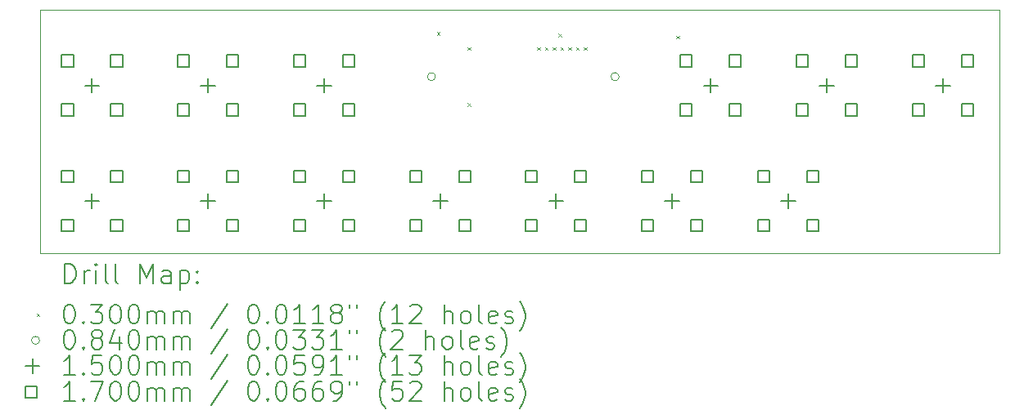
<source format=gbr>
%TF.GenerationSoftware,KiCad,Pcbnew,8.0.2-1*%
%TF.CreationDate,2024-09-17T16:57:35-04:00*%
%TF.ProjectId,Dummy Board,44756d6d-7920-4426-9f61-72642e6b6963,rev?*%
%TF.SameCoordinates,Original*%
%TF.FileFunction,Drillmap*%
%TF.FilePolarity,Positive*%
%FSLAX45Y45*%
G04 Gerber Fmt 4.5, Leading zero omitted, Abs format (unit mm)*
G04 Created by KiCad (PCBNEW 8.0.2-1) date 2024-09-17 16:57:35*
%MOMM*%
%LPD*%
G01*
G04 APERTURE LIST*
%ADD10C,0.050000*%
%ADD11C,0.200000*%
%ADD12C,0.100000*%
%ADD13C,0.150000*%
%ADD14C,0.170000*%
G04 APERTURE END LIST*
D10*
X12480000Y-8920000D02*
X22403116Y-8920000D01*
X22403116Y-11436884D01*
X12480000Y-11436884D01*
X12480000Y-8920000D01*
D11*
D12*
X16585000Y-9145000D02*
X16615000Y-9175000D01*
X16615000Y-9145000D02*
X16585000Y-9175000D01*
X16905000Y-9305000D02*
X16935000Y-9335000D01*
X16935000Y-9305000D02*
X16905000Y-9335000D01*
X16905000Y-9885000D02*
X16935000Y-9915000D01*
X16935000Y-9885000D02*
X16905000Y-9915000D01*
X17625000Y-9305000D02*
X17655000Y-9335000D01*
X17655000Y-9305000D02*
X17625000Y-9335000D01*
X17705000Y-9305000D02*
X17735000Y-9335000D01*
X17735000Y-9305000D02*
X17705000Y-9335000D01*
X17785000Y-9305000D02*
X17815000Y-9335000D01*
X17815000Y-9305000D02*
X17785000Y-9335000D01*
X17845000Y-9165000D02*
X17875000Y-9195000D01*
X17875000Y-9165000D02*
X17845000Y-9195000D01*
X17865000Y-9305000D02*
X17895000Y-9335000D01*
X17895000Y-9305000D02*
X17865000Y-9335000D01*
X17945000Y-9305000D02*
X17975000Y-9335000D01*
X17975000Y-9305000D02*
X17945000Y-9335000D01*
X18025000Y-9305000D02*
X18055000Y-9335000D01*
X18055000Y-9305000D02*
X18025000Y-9335000D01*
X18105000Y-9305000D02*
X18135000Y-9335000D01*
X18135000Y-9305000D02*
X18105000Y-9335000D01*
X19065000Y-9185000D02*
X19095000Y-9215000D01*
X19095000Y-9185000D02*
X19065000Y-9215000D01*
X16572500Y-9610000D02*
G75*
G02*
X16488500Y-9610000I-42000J0D01*
G01*
X16488500Y-9610000D02*
G75*
G02*
X16572500Y-9610000I42000J0D01*
G01*
X18471500Y-9610000D02*
G75*
G02*
X18387500Y-9610000I-42000J0D01*
G01*
X18387500Y-9610000D02*
G75*
G02*
X18471500Y-9610000I42000J0D01*
G01*
D13*
X13020000Y-9625000D02*
X13020000Y-9775000D01*
X12945000Y-9700000D02*
X13095000Y-9700000D01*
X13020000Y-10825000D02*
X13020000Y-10975000D01*
X12945000Y-10900000D02*
X13095000Y-10900000D01*
X14220000Y-9625000D02*
X14220000Y-9775000D01*
X14145000Y-9700000D02*
X14295000Y-9700000D01*
X14220000Y-10825000D02*
X14220000Y-10975000D01*
X14145000Y-10900000D02*
X14295000Y-10900000D01*
X15420000Y-9625000D02*
X15420000Y-9775000D01*
X15345000Y-9700000D02*
X15495000Y-9700000D01*
X15420000Y-10825000D02*
X15420000Y-10975000D01*
X15345000Y-10900000D02*
X15495000Y-10900000D01*
X16620000Y-10825000D02*
X16620000Y-10975000D01*
X16545000Y-10900000D02*
X16695000Y-10900000D01*
X17820000Y-10825000D02*
X17820000Y-10975000D01*
X17745000Y-10900000D02*
X17895000Y-10900000D01*
X19020000Y-10825000D02*
X19020000Y-10975000D01*
X18945000Y-10900000D02*
X19095000Y-10900000D01*
X19420000Y-9625000D02*
X19420000Y-9775000D01*
X19345000Y-9700000D02*
X19495000Y-9700000D01*
X20220000Y-10825000D02*
X20220000Y-10975000D01*
X20145000Y-10900000D02*
X20295000Y-10900000D01*
X20620000Y-9625000D02*
X20620000Y-9775000D01*
X20545000Y-9700000D02*
X20695000Y-9700000D01*
X21820000Y-9625000D02*
X21820000Y-9775000D01*
X21745000Y-9700000D02*
X21895000Y-9700000D01*
D14*
X12826105Y-9506105D02*
X12826105Y-9385895D01*
X12705895Y-9385895D01*
X12705895Y-9506105D01*
X12826105Y-9506105D01*
X12826105Y-10014105D02*
X12826105Y-9893895D01*
X12705895Y-9893895D01*
X12705895Y-10014105D01*
X12826105Y-10014105D01*
X12826105Y-10706105D02*
X12826105Y-10585895D01*
X12705895Y-10585895D01*
X12705895Y-10706105D01*
X12826105Y-10706105D01*
X12826105Y-11214105D02*
X12826105Y-11093895D01*
X12705895Y-11093895D01*
X12705895Y-11214105D01*
X12826105Y-11214105D01*
X13334105Y-9506105D02*
X13334105Y-9385895D01*
X13213895Y-9385895D01*
X13213895Y-9506105D01*
X13334105Y-9506105D01*
X13334105Y-10014105D02*
X13334105Y-9893895D01*
X13213895Y-9893895D01*
X13213895Y-10014105D01*
X13334105Y-10014105D01*
X13334105Y-10706105D02*
X13334105Y-10585895D01*
X13213895Y-10585895D01*
X13213895Y-10706105D01*
X13334105Y-10706105D01*
X13334105Y-11214105D02*
X13334105Y-11093895D01*
X13213895Y-11093895D01*
X13213895Y-11214105D01*
X13334105Y-11214105D01*
X14026105Y-9506105D02*
X14026105Y-9385895D01*
X13905895Y-9385895D01*
X13905895Y-9506105D01*
X14026105Y-9506105D01*
X14026105Y-10014105D02*
X14026105Y-9893895D01*
X13905895Y-9893895D01*
X13905895Y-10014105D01*
X14026105Y-10014105D01*
X14026105Y-10706105D02*
X14026105Y-10585895D01*
X13905895Y-10585895D01*
X13905895Y-10706105D01*
X14026105Y-10706105D01*
X14026105Y-11214105D02*
X14026105Y-11093895D01*
X13905895Y-11093895D01*
X13905895Y-11214105D01*
X14026105Y-11214105D01*
X14534105Y-9506105D02*
X14534105Y-9385895D01*
X14413895Y-9385895D01*
X14413895Y-9506105D01*
X14534105Y-9506105D01*
X14534105Y-10014105D02*
X14534105Y-9893895D01*
X14413895Y-9893895D01*
X14413895Y-10014105D01*
X14534105Y-10014105D01*
X14534105Y-10706105D02*
X14534105Y-10585895D01*
X14413895Y-10585895D01*
X14413895Y-10706105D01*
X14534105Y-10706105D01*
X14534105Y-11214105D02*
X14534105Y-11093895D01*
X14413895Y-11093895D01*
X14413895Y-11214105D01*
X14534105Y-11214105D01*
X15226105Y-9506105D02*
X15226105Y-9385895D01*
X15105895Y-9385895D01*
X15105895Y-9506105D01*
X15226105Y-9506105D01*
X15226105Y-10014105D02*
X15226105Y-9893895D01*
X15105895Y-9893895D01*
X15105895Y-10014105D01*
X15226105Y-10014105D01*
X15226105Y-10706105D02*
X15226105Y-10585895D01*
X15105895Y-10585895D01*
X15105895Y-10706105D01*
X15226105Y-10706105D01*
X15226105Y-11214105D02*
X15226105Y-11093895D01*
X15105895Y-11093895D01*
X15105895Y-11214105D01*
X15226105Y-11214105D01*
X15734105Y-9506105D02*
X15734105Y-9385895D01*
X15613895Y-9385895D01*
X15613895Y-9506105D01*
X15734105Y-9506105D01*
X15734105Y-10014105D02*
X15734105Y-9893895D01*
X15613895Y-9893895D01*
X15613895Y-10014105D01*
X15734105Y-10014105D01*
X15734105Y-10706105D02*
X15734105Y-10585895D01*
X15613895Y-10585895D01*
X15613895Y-10706105D01*
X15734105Y-10706105D01*
X15734105Y-11214105D02*
X15734105Y-11093895D01*
X15613895Y-11093895D01*
X15613895Y-11214105D01*
X15734105Y-11214105D01*
X16426105Y-10706105D02*
X16426105Y-10585895D01*
X16305895Y-10585895D01*
X16305895Y-10706105D01*
X16426105Y-10706105D01*
X16426105Y-11214105D02*
X16426105Y-11093895D01*
X16305895Y-11093895D01*
X16305895Y-11214105D01*
X16426105Y-11214105D01*
X16934105Y-10706105D02*
X16934105Y-10585895D01*
X16813895Y-10585895D01*
X16813895Y-10706105D01*
X16934105Y-10706105D01*
X16934105Y-11214105D02*
X16934105Y-11093895D01*
X16813895Y-11093895D01*
X16813895Y-11214105D01*
X16934105Y-11214105D01*
X17626105Y-10706105D02*
X17626105Y-10585895D01*
X17505895Y-10585895D01*
X17505895Y-10706105D01*
X17626105Y-10706105D01*
X17626105Y-11214105D02*
X17626105Y-11093895D01*
X17505895Y-11093895D01*
X17505895Y-11214105D01*
X17626105Y-11214105D01*
X18134105Y-10706105D02*
X18134105Y-10585895D01*
X18013895Y-10585895D01*
X18013895Y-10706105D01*
X18134105Y-10706105D01*
X18134105Y-11214105D02*
X18134105Y-11093895D01*
X18013895Y-11093895D01*
X18013895Y-11214105D01*
X18134105Y-11214105D01*
X18826105Y-10706105D02*
X18826105Y-10585895D01*
X18705895Y-10585895D01*
X18705895Y-10706105D01*
X18826105Y-10706105D01*
X18826105Y-11214105D02*
X18826105Y-11093895D01*
X18705895Y-11093895D01*
X18705895Y-11214105D01*
X18826105Y-11214105D01*
X19226105Y-9506105D02*
X19226105Y-9385895D01*
X19105895Y-9385895D01*
X19105895Y-9506105D01*
X19226105Y-9506105D01*
X19226105Y-10014105D02*
X19226105Y-9893895D01*
X19105895Y-9893895D01*
X19105895Y-10014105D01*
X19226105Y-10014105D01*
X19334105Y-10706105D02*
X19334105Y-10585895D01*
X19213895Y-10585895D01*
X19213895Y-10706105D01*
X19334105Y-10706105D01*
X19334105Y-11214105D02*
X19334105Y-11093895D01*
X19213895Y-11093895D01*
X19213895Y-11214105D01*
X19334105Y-11214105D01*
X19734105Y-9506105D02*
X19734105Y-9385895D01*
X19613895Y-9385895D01*
X19613895Y-9506105D01*
X19734105Y-9506105D01*
X19734105Y-10014105D02*
X19734105Y-9893895D01*
X19613895Y-9893895D01*
X19613895Y-10014105D01*
X19734105Y-10014105D01*
X20026105Y-10706105D02*
X20026105Y-10585895D01*
X19905895Y-10585895D01*
X19905895Y-10706105D01*
X20026105Y-10706105D01*
X20026105Y-11214105D02*
X20026105Y-11093895D01*
X19905895Y-11093895D01*
X19905895Y-11214105D01*
X20026105Y-11214105D01*
X20426105Y-9506105D02*
X20426105Y-9385895D01*
X20305895Y-9385895D01*
X20305895Y-9506105D01*
X20426105Y-9506105D01*
X20426105Y-10014105D02*
X20426105Y-9893895D01*
X20305895Y-9893895D01*
X20305895Y-10014105D01*
X20426105Y-10014105D01*
X20534105Y-10706105D02*
X20534105Y-10585895D01*
X20413895Y-10585895D01*
X20413895Y-10706105D01*
X20534105Y-10706105D01*
X20534105Y-11214105D02*
X20534105Y-11093895D01*
X20413895Y-11093895D01*
X20413895Y-11214105D01*
X20534105Y-11214105D01*
X20934105Y-9506105D02*
X20934105Y-9385895D01*
X20813895Y-9385895D01*
X20813895Y-9506105D01*
X20934105Y-9506105D01*
X20934105Y-10014105D02*
X20934105Y-9893895D01*
X20813895Y-9893895D01*
X20813895Y-10014105D01*
X20934105Y-10014105D01*
X21626105Y-9506105D02*
X21626105Y-9385895D01*
X21505895Y-9385895D01*
X21505895Y-9506105D01*
X21626105Y-9506105D01*
X21626105Y-10014105D02*
X21626105Y-9893895D01*
X21505895Y-9893895D01*
X21505895Y-10014105D01*
X21626105Y-10014105D01*
X22134105Y-9506105D02*
X22134105Y-9385895D01*
X22013895Y-9385895D01*
X22013895Y-9506105D01*
X22134105Y-9506105D01*
X22134105Y-10014105D02*
X22134105Y-9893895D01*
X22013895Y-9893895D01*
X22013895Y-10014105D01*
X22134105Y-10014105D01*
D11*
X12738277Y-11750868D02*
X12738277Y-11550868D01*
X12738277Y-11550868D02*
X12785896Y-11550868D01*
X12785896Y-11550868D02*
X12814467Y-11560392D01*
X12814467Y-11560392D02*
X12833515Y-11579440D01*
X12833515Y-11579440D02*
X12843039Y-11598487D01*
X12843039Y-11598487D02*
X12852562Y-11636582D01*
X12852562Y-11636582D02*
X12852562Y-11665154D01*
X12852562Y-11665154D02*
X12843039Y-11703249D01*
X12843039Y-11703249D02*
X12833515Y-11722297D01*
X12833515Y-11722297D02*
X12814467Y-11741344D01*
X12814467Y-11741344D02*
X12785896Y-11750868D01*
X12785896Y-11750868D02*
X12738277Y-11750868D01*
X12938277Y-11750868D02*
X12938277Y-11617535D01*
X12938277Y-11655630D02*
X12947801Y-11636582D01*
X12947801Y-11636582D02*
X12957324Y-11627059D01*
X12957324Y-11627059D02*
X12976372Y-11617535D01*
X12976372Y-11617535D02*
X12995420Y-11617535D01*
X13062086Y-11750868D02*
X13062086Y-11617535D01*
X13062086Y-11550868D02*
X13052562Y-11560392D01*
X13052562Y-11560392D02*
X13062086Y-11569916D01*
X13062086Y-11569916D02*
X13071610Y-11560392D01*
X13071610Y-11560392D02*
X13062086Y-11550868D01*
X13062086Y-11550868D02*
X13062086Y-11569916D01*
X13185896Y-11750868D02*
X13166848Y-11741344D01*
X13166848Y-11741344D02*
X13157324Y-11722297D01*
X13157324Y-11722297D02*
X13157324Y-11550868D01*
X13290658Y-11750868D02*
X13271610Y-11741344D01*
X13271610Y-11741344D02*
X13262086Y-11722297D01*
X13262086Y-11722297D02*
X13262086Y-11550868D01*
X13519229Y-11750868D02*
X13519229Y-11550868D01*
X13519229Y-11550868D02*
X13585896Y-11693725D01*
X13585896Y-11693725D02*
X13652562Y-11550868D01*
X13652562Y-11550868D02*
X13652562Y-11750868D01*
X13833515Y-11750868D02*
X13833515Y-11646106D01*
X13833515Y-11646106D02*
X13823991Y-11627059D01*
X13823991Y-11627059D02*
X13804943Y-11617535D01*
X13804943Y-11617535D02*
X13766848Y-11617535D01*
X13766848Y-11617535D02*
X13747801Y-11627059D01*
X13833515Y-11741344D02*
X13814467Y-11750868D01*
X13814467Y-11750868D02*
X13766848Y-11750868D01*
X13766848Y-11750868D02*
X13747801Y-11741344D01*
X13747801Y-11741344D02*
X13738277Y-11722297D01*
X13738277Y-11722297D02*
X13738277Y-11703249D01*
X13738277Y-11703249D02*
X13747801Y-11684201D01*
X13747801Y-11684201D02*
X13766848Y-11674678D01*
X13766848Y-11674678D02*
X13814467Y-11674678D01*
X13814467Y-11674678D02*
X13833515Y-11665154D01*
X13928753Y-11617535D02*
X13928753Y-11817535D01*
X13928753Y-11627059D02*
X13947801Y-11617535D01*
X13947801Y-11617535D02*
X13985896Y-11617535D01*
X13985896Y-11617535D02*
X14004943Y-11627059D01*
X14004943Y-11627059D02*
X14014467Y-11636582D01*
X14014467Y-11636582D02*
X14023991Y-11655630D01*
X14023991Y-11655630D02*
X14023991Y-11712773D01*
X14023991Y-11712773D02*
X14014467Y-11731820D01*
X14014467Y-11731820D02*
X14004943Y-11741344D01*
X14004943Y-11741344D02*
X13985896Y-11750868D01*
X13985896Y-11750868D02*
X13947801Y-11750868D01*
X13947801Y-11750868D02*
X13928753Y-11741344D01*
X14109705Y-11731820D02*
X14119229Y-11741344D01*
X14119229Y-11741344D02*
X14109705Y-11750868D01*
X14109705Y-11750868D02*
X14100182Y-11741344D01*
X14100182Y-11741344D02*
X14109705Y-11731820D01*
X14109705Y-11731820D02*
X14109705Y-11750868D01*
X14109705Y-11627059D02*
X14119229Y-11636582D01*
X14119229Y-11636582D02*
X14109705Y-11646106D01*
X14109705Y-11646106D02*
X14100182Y-11636582D01*
X14100182Y-11636582D02*
X14109705Y-11627059D01*
X14109705Y-11627059D02*
X14109705Y-11646106D01*
D12*
X12447500Y-12064384D02*
X12477500Y-12094384D01*
X12477500Y-12064384D02*
X12447500Y-12094384D01*
D11*
X12776372Y-11970868D02*
X12795420Y-11970868D01*
X12795420Y-11970868D02*
X12814467Y-11980392D01*
X12814467Y-11980392D02*
X12823991Y-11989916D01*
X12823991Y-11989916D02*
X12833515Y-12008963D01*
X12833515Y-12008963D02*
X12843039Y-12047059D01*
X12843039Y-12047059D02*
X12843039Y-12094678D01*
X12843039Y-12094678D02*
X12833515Y-12132773D01*
X12833515Y-12132773D02*
X12823991Y-12151820D01*
X12823991Y-12151820D02*
X12814467Y-12161344D01*
X12814467Y-12161344D02*
X12795420Y-12170868D01*
X12795420Y-12170868D02*
X12776372Y-12170868D01*
X12776372Y-12170868D02*
X12757324Y-12161344D01*
X12757324Y-12161344D02*
X12747801Y-12151820D01*
X12747801Y-12151820D02*
X12738277Y-12132773D01*
X12738277Y-12132773D02*
X12728753Y-12094678D01*
X12728753Y-12094678D02*
X12728753Y-12047059D01*
X12728753Y-12047059D02*
X12738277Y-12008963D01*
X12738277Y-12008963D02*
X12747801Y-11989916D01*
X12747801Y-11989916D02*
X12757324Y-11980392D01*
X12757324Y-11980392D02*
X12776372Y-11970868D01*
X12928753Y-12151820D02*
X12938277Y-12161344D01*
X12938277Y-12161344D02*
X12928753Y-12170868D01*
X12928753Y-12170868D02*
X12919229Y-12161344D01*
X12919229Y-12161344D02*
X12928753Y-12151820D01*
X12928753Y-12151820D02*
X12928753Y-12170868D01*
X13004943Y-11970868D02*
X13128753Y-11970868D01*
X13128753Y-11970868D02*
X13062086Y-12047059D01*
X13062086Y-12047059D02*
X13090658Y-12047059D01*
X13090658Y-12047059D02*
X13109705Y-12056582D01*
X13109705Y-12056582D02*
X13119229Y-12066106D01*
X13119229Y-12066106D02*
X13128753Y-12085154D01*
X13128753Y-12085154D02*
X13128753Y-12132773D01*
X13128753Y-12132773D02*
X13119229Y-12151820D01*
X13119229Y-12151820D02*
X13109705Y-12161344D01*
X13109705Y-12161344D02*
X13090658Y-12170868D01*
X13090658Y-12170868D02*
X13033515Y-12170868D01*
X13033515Y-12170868D02*
X13014467Y-12161344D01*
X13014467Y-12161344D02*
X13004943Y-12151820D01*
X13252562Y-11970868D02*
X13271610Y-11970868D01*
X13271610Y-11970868D02*
X13290658Y-11980392D01*
X13290658Y-11980392D02*
X13300182Y-11989916D01*
X13300182Y-11989916D02*
X13309705Y-12008963D01*
X13309705Y-12008963D02*
X13319229Y-12047059D01*
X13319229Y-12047059D02*
X13319229Y-12094678D01*
X13319229Y-12094678D02*
X13309705Y-12132773D01*
X13309705Y-12132773D02*
X13300182Y-12151820D01*
X13300182Y-12151820D02*
X13290658Y-12161344D01*
X13290658Y-12161344D02*
X13271610Y-12170868D01*
X13271610Y-12170868D02*
X13252562Y-12170868D01*
X13252562Y-12170868D02*
X13233515Y-12161344D01*
X13233515Y-12161344D02*
X13223991Y-12151820D01*
X13223991Y-12151820D02*
X13214467Y-12132773D01*
X13214467Y-12132773D02*
X13204943Y-12094678D01*
X13204943Y-12094678D02*
X13204943Y-12047059D01*
X13204943Y-12047059D02*
X13214467Y-12008963D01*
X13214467Y-12008963D02*
X13223991Y-11989916D01*
X13223991Y-11989916D02*
X13233515Y-11980392D01*
X13233515Y-11980392D02*
X13252562Y-11970868D01*
X13443039Y-11970868D02*
X13462086Y-11970868D01*
X13462086Y-11970868D02*
X13481134Y-11980392D01*
X13481134Y-11980392D02*
X13490658Y-11989916D01*
X13490658Y-11989916D02*
X13500182Y-12008963D01*
X13500182Y-12008963D02*
X13509705Y-12047059D01*
X13509705Y-12047059D02*
X13509705Y-12094678D01*
X13509705Y-12094678D02*
X13500182Y-12132773D01*
X13500182Y-12132773D02*
X13490658Y-12151820D01*
X13490658Y-12151820D02*
X13481134Y-12161344D01*
X13481134Y-12161344D02*
X13462086Y-12170868D01*
X13462086Y-12170868D02*
X13443039Y-12170868D01*
X13443039Y-12170868D02*
X13423991Y-12161344D01*
X13423991Y-12161344D02*
X13414467Y-12151820D01*
X13414467Y-12151820D02*
X13404943Y-12132773D01*
X13404943Y-12132773D02*
X13395420Y-12094678D01*
X13395420Y-12094678D02*
X13395420Y-12047059D01*
X13395420Y-12047059D02*
X13404943Y-12008963D01*
X13404943Y-12008963D02*
X13414467Y-11989916D01*
X13414467Y-11989916D02*
X13423991Y-11980392D01*
X13423991Y-11980392D02*
X13443039Y-11970868D01*
X13595420Y-12170868D02*
X13595420Y-12037535D01*
X13595420Y-12056582D02*
X13604943Y-12047059D01*
X13604943Y-12047059D02*
X13623991Y-12037535D01*
X13623991Y-12037535D02*
X13652563Y-12037535D01*
X13652563Y-12037535D02*
X13671610Y-12047059D01*
X13671610Y-12047059D02*
X13681134Y-12066106D01*
X13681134Y-12066106D02*
X13681134Y-12170868D01*
X13681134Y-12066106D02*
X13690658Y-12047059D01*
X13690658Y-12047059D02*
X13709705Y-12037535D01*
X13709705Y-12037535D02*
X13738277Y-12037535D01*
X13738277Y-12037535D02*
X13757324Y-12047059D01*
X13757324Y-12047059D02*
X13766848Y-12066106D01*
X13766848Y-12066106D02*
X13766848Y-12170868D01*
X13862086Y-12170868D02*
X13862086Y-12037535D01*
X13862086Y-12056582D02*
X13871610Y-12047059D01*
X13871610Y-12047059D02*
X13890658Y-12037535D01*
X13890658Y-12037535D02*
X13919229Y-12037535D01*
X13919229Y-12037535D02*
X13938277Y-12047059D01*
X13938277Y-12047059D02*
X13947801Y-12066106D01*
X13947801Y-12066106D02*
X13947801Y-12170868D01*
X13947801Y-12066106D02*
X13957324Y-12047059D01*
X13957324Y-12047059D02*
X13976372Y-12037535D01*
X13976372Y-12037535D02*
X14004943Y-12037535D01*
X14004943Y-12037535D02*
X14023991Y-12047059D01*
X14023991Y-12047059D02*
X14033515Y-12066106D01*
X14033515Y-12066106D02*
X14033515Y-12170868D01*
X14423991Y-11961344D02*
X14252563Y-12218487D01*
X14681134Y-11970868D02*
X14700182Y-11970868D01*
X14700182Y-11970868D02*
X14719229Y-11980392D01*
X14719229Y-11980392D02*
X14728753Y-11989916D01*
X14728753Y-11989916D02*
X14738277Y-12008963D01*
X14738277Y-12008963D02*
X14747801Y-12047059D01*
X14747801Y-12047059D02*
X14747801Y-12094678D01*
X14747801Y-12094678D02*
X14738277Y-12132773D01*
X14738277Y-12132773D02*
X14728753Y-12151820D01*
X14728753Y-12151820D02*
X14719229Y-12161344D01*
X14719229Y-12161344D02*
X14700182Y-12170868D01*
X14700182Y-12170868D02*
X14681134Y-12170868D01*
X14681134Y-12170868D02*
X14662086Y-12161344D01*
X14662086Y-12161344D02*
X14652563Y-12151820D01*
X14652563Y-12151820D02*
X14643039Y-12132773D01*
X14643039Y-12132773D02*
X14633515Y-12094678D01*
X14633515Y-12094678D02*
X14633515Y-12047059D01*
X14633515Y-12047059D02*
X14643039Y-12008963D01*
X14643039Y-12008963D02*
X14652563Y-11989916D01*
X14652563Y-11989916D02*
X14662086Y-11980392D01*
X14662086Y-11980392D02*
X14681134Y-11970868D01*
X14833515Y-12151820D02*
X14843039Y-12161344D01*
X14843039Y-12161344D02*
X14833515Y-12170868D01*
X14833515Y-12170868D02*
X14823991Y-12161344D01*
X14823991Y-12161344D02*
X14833515Y-12151820D01*
X14833515Y-12151820D02*
X14833515Y-12170868D01*
X14966848Y-11970868D02*
X14985896Y-11970868D01*
X14985896Y-11970868D02*
X15004944Y-11980392D01*
X15004944Y-11980392D02*
X15014467Y-11989916D01*
X15014467Y-11989916D02*
X15023991Y-12008963D01*
X15023991Y-12008963D02*
X15033515Y-12047059D01*
X15033515Y-12047059D02*
X15033515Y-12094678D01*
X15033515Y-12094678D02*
X15023991Y-12132773D01*
X15023991Y-12132773D02*
X15014467Y-12151820D01*
X15014467Y-12151820D02*
X15004944Y-12161344D01*
X15004944Y-12161344D02*
X14985896Y-12170868D01*
X14985896Y-12170868D02*
X14966848Y-12170868D01*
X14966848Y-12170868D02*
X14947801Y-12161344D01*
X14947801Y-12161344D02*
X14938277Y-12151820D01*
X14938277Y-12151820D02*
X14928753Y-12132773D01*
X14928753Y-12132773D02*
X14919229Y-12094678D01*
X14919229Y-12094678D02*
X14919229Y-12047059D01*
X14919229Y-12047059D02*
X14928753Y-12008963D01*
X14928753Y-12008963D02*
X14938277Y-11989916D01*
X14938277Y-11989916D02*
X14947801Y-11980392D01*
X14947801Y-11980392D02*
X14966848Y-11970868D01*
X15223991Y-12170868D02*
X15109706Y-12170868D01*
X15166848Y-12170868D02*
X15166848Y-11970868D01*
X15166848Y-11970868D02*
X15147801Y-11999440D01*
X15147801Y-11999440D02*
X15128753Y-12018487D01*
X15128753Y-12018487D02*
X15109706Y-12028011D01*
X15414467Y-12170868D02*
X15300182Y-12170868D01*
X15357325Y-12170868D02*
X15357325Y-11970868D01*
X15357325Y-11970868D02*
X15338277Y-11999440D01*
X15338277Y-11999440D02*
X15319229Y-12018487D01*
X15319229Y-12018487D02*
X15300182Y-12028011D01*
X15528753Y-12056582D02*
X15509706Y-12047059D01*
X15509706Y-12047059D02*
X15500182Y-12037535D01*
X15500182Y-12037535D02*
X15490658Y-12018487D01*
X15490658Y-12018487D02*
X15490658Y-12008963D01*
X15490658Y-12008963D02*
X15500182Y-11989916D01*
X15500182Y-11989916D02*
X15509706Y-11980392D01*
X15509706Y-11980392D02*
X15528753Y-11970868D01*
X15528753Y-11970868D02*
X15566848Y-11970868D01*
X15566848Y-11970868D02*
X15585896Y-11980392D01*
X15585896Y-11980392D02*
X15595420Y-11989916D01*
X15595420Y-11989916D02*
X15604944Y-12008963D01*
X15604944Y-12008963D02*
X15604944Y-12018487D01*
X15604944Y-12018487D02*
X15595420Y-12037535D01*
X15595420Y-12037535D02*
X15585896Y-12047059D01*
X15585896Y-12047059D02*
X15566848Y-12056582D01*
X15566848Y-12056582D02*
X15528753Y-12056582D01*
X15528753Y-12056582D02*
X15509706Y-12066106D01*
X15509706Y-12066106D02*
X15500182Y-12075630D01*
X15500182Y-12075630D02*
X15490658Y-12094678D01*
X15490658Y-12094678D02*
X15490658Y-12132773D01*
X15490658Y-12132773D02*
X15500182Y-12151820D01*
X15500182Y-12151820D02*
X15509706Y-12161344D01*
X15509706Y-12161344D02*
X15528753Y-12170868D01*
X15528753Y-12170868D02*
X15566848Y-12170868D01*
X15566848Y-12170868D02*
X15585896Y-12161344D01*
X15585896Y-12161344D02*
X15595420Y-12151820D01*
X15595420Y-12151820D02*
X15604944Y-12132773D01*
X15604944Y-12132773D02*
X15604944Y-12094678D01*
X15604944Y-12094678D02*
X15595420Y-12075630D01*
X15595420Y-12075630D02*
X15585896Y-12066106D01*
X15585896Y-12066106D02*
X15566848Y-12056582D01*
X15681134Y-11970868D02*
X15681134Y-12008963D01*
X15757325Y-11970868D02*
X15757325Y-12008963D01*
X16052563Y-12247059D02*
X16043039Y-12237535D01*
X16043039Y-12237535D02*
X16023991Y-12208963D01*
X16023991Y-12208963D02*
X16014468Y-12189916D01*
X16014468Y-12189916D02*
X16004944Y-12161344D01*
X16004944Y-12161344D02*
X15995420Y-12113725D01*
X15995420Y-12113725D02*
X15995420Y-12075630D01*
X15995420Y-12075630D02*
X16004944Y-12028011D01*
X16004944Y-12028011D02*
X16014468Y-11999440D01*
X16014468Y-11999440D02*
X16023991Y-11980392D01*
X16023991Y-11980392D02*
X16043039Y-11951820D01*
X16043039Y-11951820D02*
X16052563Y-11942297D01*
X16233515Y-12170868D02*
X16119229Y-12170868D01*
X16176372Y-12170868D02*
X16176372Y-11970868D01*
X16176372Y-11970868D02*
X16157325Y-11999440D01*
X16157325Y-11999440D02*
X16138277Y-12018487D01*
X16138277Y-12018487D02*
X16119229Y-12028011D01*
X16309706Y-11989916D02*
X16319229Y-11980392D01*
X16319229Y-11980392D02*
X16338277Y-11970868D01*
X16338277Y-11970868D02*
X16385896Y-11970868D01*
X16385896Y-11970868D02*
X16404944Y-11980392D01*
X16404944Y-11980392D02*
X16414468Y-11989916D01*
X16414468Y-11989916D02*
X16423991Y-12008963D01*
X16423991Y-12008963D02*
X16423991Y-12028011D01*
X16423991Y-12028011D02*
X16414468Y-12056582D01*
X16414468Y-12056582D02*
X16300182Y-12170868D01*
X16300182Y-12170868D02*
X16423991Y-12170868D01*
X16662087Y-12170868D02*
X16662087Y-11970868D01*
X16747801Y-12170868D02*
X16747801Y-12066106D01*
X16747801Y-12066106D02*
X16738277Y-12047059D01*
X16738277Y-12047059D02*
X16719230Y-12037535D01*
X16719230Y-12037535D02*
X16690658Y-12037535D01*
X16690658Y-12037535D02*
X16671610Y-12047059D01*
X16671610Y-12047059D02*
X16662087Y-12056582D01*
X16871611Y-12170868D02*
X16852563Y-12161344D01*
X16852563Y-12161344D02*
X16843039Y-12151820D01*
X16843039Y-12151820D02*
X16833515Y-12132773D01*
X16833515Y-12132773D02*
X16833515Y-12075630D01*
X16833515Y-12075630D02*
X16843039Y-12056582D01*
X16843039Y-12056582D02*
X16852563Y-12047059D01*
X16852563Y-12047059D02*
X16871611Y-12037535D01*
X16871611Y-12037535D02*
X16900182Y-12037535D01*
X16900182Y-12037535D02*
X16919230Y-12047059D01*
X16919230Y-12047059D02*
X16928753Y-12056582D01*
X16928753Y-12056582D02*
X16938277Y-12075630D01*
X16938277Y-12075630D02*
X16938277Y-12132773D01*
X16938277Y-12132773D02*
X16928753Y-12151820D01*
X16928753Y-12151820D02*
X16919230Y-12161344D01*
X16919230Y-12161344D02*
X16900182Y-12170868D01*
X16900182Y-12170868D02*
X16871611Y-12170868D01*
X17052563Y-12170868D02*
X17033515Y-12161344D01*
X17033515Y-12161344D02*
X17023992Y-12142297D01*
X17023992Y-12142297D02*
X17023992Y-11970868D01*
X17204944Y-12161344D02*
X17185896Y-12170868D01*
X17185896Y-12170868D02*
X17147801Y-12170868D01*
X17147801Y-12170868D02*
X17128753Y-12161344D01*
X17128753Y-12161344D02*
X17119230Y-12142297D01*
X17119230Y-12142297D02*
X17119230Y-12066106D01*
X17119230Y-12066106D02*
X17128753Y-12047059D01*
X17128753Y-12047059D02*
X17147801Y-12037535D01*
X17147801Y-12037535D02*
X17185896Y-12037535D01*
X17185896Y-12037535D02*
X17204944Y-12047059D01*
X17204944Y-12047059D02*
X17214468Y-12066106D01*
X17214468Y-12066106D02*
X17214468Y-12085154D01*
X17214468Y-12085154D02*
X17119230Y-12104201D01*
X17290658Y-12161344D02*
X17309706Y-12170868D01*
X17309706Y-12170868D02*
X17347801Y-12170868D01*
X17347801Y-12170868D02*
X17366849Y-12161344D01*
X17366849Y-12161344D02*
X17376373Y-12142297D01*
X17376373Y-12142297D02*
X17376373Y-12132773D01*
X17376373Y-12132773D02*
X17366849Y-12113725D01*
X17366849Y-12113725D02*
X17347801Y-12104201D01*
X17347801Y-12104201D02*
X17319230Y-12104201D01*
X17319230Y-12104201D02*
X17300182Y-12094678D01*
X17300182Y-12094678D02*
X17290658Y-12075630D01*
X17290658Y-12075630D02*
X17290658Y-12066106D01*
X17290658Y-12066106D02*
X17300182Y-12047059D01*
X17300182Y-12047059D02*
X17319230Y-12037535D01*
X17319230Y-12037535D02*
X17347801Y-12037535D01*
X17347801Y-12037535D02*
X17366849Y-12047059D01*
X17443039Y-12247059D02*
X17452563Y-12237535D01*
X17452563Y-12237535D02*
X17471611Y-12208963D01*
X17471611Y-12208963D02*
X17481134Y-12189916D01*
X17481134Y-12189916D02*
X17490658Y-12161344D01*
X17490658Y-12161344D02*
X17500182Y-12113725D01*
X17500182Y-12113725D02*
X17500182Y-12075630D01*
X17500182Y-12075630D02*
X17490658Y-12028011D01*
X17490658Y-12028011D02*
X17481134Y-11999440D01*
X17481134Y-11999440D02*
X17471611Y-11980392D01*
X17471611Y-11980392D02*
X17452563Y-11951820D01*
X17452563Y-11951820D02*
X17443039Y-11942297D01*
D12*
X12477500Y-12343384D02*
G75*
G02*
X12393500Y-12343384I-42000J0D01*
G01*
X12393500Y-12343384D02*
G75*
G02*
X12477500Y-12343384I42000J0D01*
G01*
D11*
X12776372Y-12234868D02*
X12795420Y-12234868D01*
X12795420Y-12234868D02*
X12814467Y-12244392D01*
X12814467Y-12244392D02*
X12823991Y-12253916D01*
X12823991Y-12253916D02*
X12833515Y-12272963D01*
X12833515Y-12272963D02*
X12843039Y-12311059D01*
X12843039Y-12311059D02*
X12843039Y-12358678D01*
X12843039Y-12358678D02*
X12833515Y-12396773D01*
X12833515Y-12396773D02*
X12823991Y-12415820D01*
X12823991Y-12415820D02*
X12814467Y-12425344D01*
X12814467Y-12425344D02*
X12795420Y-12434868D01*
X12795420Y-12434868D02*
X12776372Y-12434868D01*
X12776372Y-12434868D02*
X12757324Y-12425344D01*
X12757324Y-12425344D02*
X12747801Y-12415820D01*
X12747801Y-12415820D02*
X12738277Y-12396773D01*
X12738277Y-12396773D02*
X12728753Y-12358678D01*
X12728753Y-12358678D02*
X12728753Y-12311059D01*
X12728753Y-12311059D02*
X12738277Y-12272963D01*
X12738277Y-12272963D02*
X12747801Y-12253916D01*
X12747801Y-12253916D02*
X12757324Y-12244392D01*
X12757324Y-12244392D02*
X12776372Y-12234868D01*
X12928753Y-12415820D02*
X12938277Y-12425344D01*
X12938277Y-12425344D02*
X12928753Y-12434868D01*
X12928753Y-12434868D02*
X12919229Y-12425344D01*
X12919229Y-12425344D02*
X12928753Y-12415820D01*
X12928753Y-12415820D02*
X12928753Y-12434868D01*
X13052562Y-12320582D02*
X13033515Y-12311059D01*
X13033515Y-12311059D02*
X13023991Y-12301535D01*
X13023991Y-12301535D02*
X13014467Y-12282487D01*
X13014467Y-12282487D02*
X13014467Y-12272963D01*
X13014467Y-12272963D02*
X13023991Y-12253916D01*
X13023991Y-12253916D02*
X13033515Y-12244392D01*
X13033515Y-12244392D02*
X13052562Y-12234868D01*
X13052562Y-12234868D02*
X13090658Y-12234868D01*
X13090658Y-12234868D02*
X13109705Y-12244392D01*
X13109705Y-12244392D02*
X13119229Y-12253916D01*
X13119229Y-12253916D02*
X13128753Y-12272963D01*
X13128753Y-12272963D02*
X13128753Y-12282487D01*
X13128753Y-12282487D02*
X13119229Y-12301535D01*
X13119229Y-12301535D02*
X13109705Y-12311059D01*
X13109705Y-12311059D02*
X13090658Y-12320582D01*
X13090658Y-12320582D02*
X13052562Y-12320582D01*
X13052562Y-12320582D02*
X13033515Y-12330106D01*
X13033515Y-12330106D02*
X13023991Y-12339630D01*
X13023991Y-12339630D02*
X13014467Y-12358678D01*
X13014467Y-12358678D02*
X13014467Y-12396773D01*
X13014467Y-12396773D02*
X13023991Y-12415820D01*
X13023991Y-12415820D02*
X13033515Y-12425344D01*
X13033515Y-12425344D02*
X13052562Y-12434868D01*
X13052562Y-12434868D02*
X13090658Y-12434868D01*
X13090658Y-12434868D02*
X13109705Y-12425344D01*
X13109705Y-12425344D02*
X13119229Y-12415820D01*
X13119229Y-12415820D02*
X13128753Y-12396773D01*
X13128753Y-12396773D02*
X13128753Y-12358678D01*
X13128753Y-12358678D02*
X13119229Y-12339630D01*
X13119229Y-12339630D02*
X13109705Y-12330106D01*
X13109705Y-12330106D02*
X13090658Y-12320582D01*
X13300182Y-12301535D02*
X13300182Y-12434868D01*
X13252562Y-12225344D02*
X13204943Y-12368201D01*
X13204943Y-12368201D02*
X13328753Y-12368201D01*
X13443039Y-12234868D02*
X13462086Y-12234868D01*
X13462086Y-12234868D02*
X13481134Y-12244392D01*
X13481134Y-12244392D02*
X13490658Y-12253916D01*
X13490658Y-12253916D02*
X13500182Y-12272963D01*
X13500182Y-12272963D02*
X13509705Y-12311059D01*
X13509705Y-12311059D02*
X13509705Y-12358678D01*
X13509705Y-12358678D02*
X13500182Y-12396773D01*
X13500182Y-12396773D02*
X13490658Y-12415820D01*
X13490658Y-12415820D02*
X13481134Y-12425344D01*
X13481134Y-12425344D02*
X13462086Y-12434868D01*
X13462086Y-12434868D02*
X13443039Y-12434868D01*
X13443039Y-12434868D02*
X13423991Y-12425344D01*
X13423991Y-12425344D02*
X13414467Y-12415820D01*
X13414467Y-12415820D02*
X13404943Y-12396773D01*
X13404943Y-12396773D02*
X13395420Y-12358678D01*
X13395420Y-12358678D02*
X13395420Y-12311059D01*
X13395420Y-12311059D02*
X13404943Y-12272963D01*
X13404943Y-12272963D02*
X13414467Y-12253916D01*
X13414467Y-12253916D02*
X13423991Y-12244392D01*
X13423991Y-12244392D02*
X13443039Y-12234868D01*
X13595420Y-12434868D02*
X13595420Y-12301535D01*
X13595420Y-12320582D02*
X13604943Y-12311059D01*
X13604943Y-12311059D02*
X13623991Y-12301535D01*
X13623991Y-12301535D02*
X13652563Y-12301535D01*
X13652563Y-12301535D02*
X13671610Y-12311059D01*
X13671610Y-12311059D02*
X13681134Y-12330106D01*
X13681134Y-12330106D02*
X13681134Y-12434868D01*
X13681134Y-12330106D02*
X13690658Y-12311059D01*
X13690658Y-12311059D02*
X13709705Y-12301535D01*
X13709705Y-12301535D02*
X13738277Y-12301535D01*
X13738277Y-12301535D02*
X13757324Y-12311059D01*
X13757324Y-12311059D02*
X13766848Y-12330106D01*
X13766848Y-12330106D02*
X13766848Y-12434868D01*
X13862086Y-12434868D02*
X13862086Y-12301535D01*
X13862086Y-12320582D02*
X13871610Y-12311059D01*
X13871610Y-12311059D02*
X13890658Y-12301535D01*
X13890658Y-12301535D02*
X13919229Y-12301535D01*
X13919229Y-12301535D02*
X13938277Y-12311059D01*
X13938277Y-12311059D02*
X13947801Y-12330106D01*
X13947801Y-12330106D02*
X13947801Y-12434868D01*
X13947801Y-12330106D02*
X13957324Y-12311059D01*
X13957324Y-12311059D02*
X13976372Y-12301535D01*
X13976372Y-12301535D02*
X14004943Y-12301535D01*
X14004943Y-12301535D02*
X14023991Y-12311059D01*
X14023991Y-12311059D02*
X14033515Y-12330106D01*
X14033515Y-12330106D02*
X14033515Y-12434868D01*
X14423991Y-12225344D02*
X14252563Y-12482487D01*
X14681134Y-12234868D02*
X14700182Y-12234868D01*
X14700182Y-12234868D02*
X14719229Y-12244392D01*
X14719229Y-12244392D02*
X14728753Y-12253916D01*
X14728753Y-12253916D02*
X14738277Y-12272963D01*
X14738277Y-12272963D02*
X14747801Y-12311059D01*
X14747801Y-12311059D02*
X14747801Y-12358678D01*
X14747801Y-12358678D02*
X14738277Y-12396773D01*
X14738277Y-12396773D02*
X14728753Y-12415820D01*
X14728753Y-12415820D02*
X14719229Y-12425344D01*
X14719229Y-12425344D02*
X14700182Y-12434868D01*
X14700182Y-12434868D02*
X14681134Y-12434868D01*
X14681134Y-12434868D02*
X14662086Y-12425344D01*
X14662086Y-12425344D02*
X14652563Y-12415820D01*
X14652563Y-12415820D02*
X14643039Y-12396773D01*
X14643039Y-12396773D02*
X14633515Y-12358678D01*
X14633515Y-12358678D02*
X14633515Y-12311059D01*
X14633515Y-12311059D02*
X14643039Y-12272963D01*
X14643039Y-12272963D02*
X14652563Y-12253916D01*
X14652563Y-12253916D02*
X14662086Y-12244392D01*
X14662086Y-12244392D02*
X14681134Y-12234868D01*
X14833515Y-12415820D02*
X14843039Y-12425344D01*
X14843039Y-12425344D02*
X14833515Y-12434868D01*
X14833515Y-12434868D02*
X14823991Y-12425344D01*
X14823991Y-12425344D02*
X14833515Y-12415820D01*
X14833515Y-12415820D02*
X14833515Y-12434868D01*
X14966848Y-12234868D02*
X14985896Y-12234868D01*
X14985896Y-12234868D02*
X15004944Y-12244392D01*
X15004944Y-12244392D02*
X15014467Y-12253916D01*
X15014467Y-12253916D02*
X15023991Y-12272963D01*
X15023991Y-12272963D02*
X15033515Y-12311059D01*
X15033515Y-12311059D02*
X15033515Y-12358678D01*
X15033515Y-12358678D02*
X15023991Y-12396773D01*
X15023991Y-12396773D02*
X15014467Y-12415820D01*
X15014467Y-12415820D02*
X15004944Y-12425344D01*
X15004944Y-12425344D02*
X14985896Y-12434868D01*
X14985896Y-12434868D02*
X14966848Y-12434868D01*
X14966848Y-12434868D02*
X14947801Y-12425344D01*
X14947801Y-12425344D02*
X14938277Y-12415820D01*
X14938277Y-12415820D02*
X14928753Y-12396773D01*
X14928753Y-12396773D02*
X14919229Y-12358678D01*
X14919229Y-12358678D02*
X14919229Y-12311059D01*
X14919229Y-12311059D02*
X14928753Y-12272963D01*
X14928753Y-12272963D02*
X14938277Y-12253916D01*
X14938277Y-12253916D02*
X14947801Y-12244392D01*
X14947801Y-12244392D02*
X14966848Y-12234868D01*
X15100182Y-12234868D02*
X15223991Y-12234868D01*
X15223991Y-12234868D02*
X15157325Y-12311059D01*
X15157325Y-12311059D02*
X15185896Y-12311059D01*
X15185896Y-12311059D02*
X15204944Y-12320582D01*
X15204944Y-12320582D02*
X15214467Y-12330106D01*
X15214467Y-12330106D02*
X15223991Y-12349154D01*
X15223991Y-12349154D02*
X15223991Y-12396773D01*
X15223991Y-12396773D02*
X15214467Y-12415820D01*
X15214467Y-12415820D02*
X15204944Y-12425344D01*
X15204944Y-12425344D02*
X15185896Y-12434868D01*
X15185896Y-12434868D02*
X15128753Y-12434868D01*
X15128753Y-12434868D02*
X15109706Y-12425344D01*
X15109706Y-12425344D02*
X15100182Y-12415820D01*
X15290658Y-12234868D02*
X15414467Y-12234868D01*
X15414467Y-12234868D02*
X15347801Y-12311059D01*
X15347801Y-12311059D02*
X15376372Y-12311059D01*
X15376372Y-12311059D02*
X15395420Y-12320582D01*
X15395420Y-12320582D02*
X15404944Y-12330106D01*
X15404944Y-12330106D02*
X15414467Y-12349154D01*
X15414467Y-12349154D02*
X15414467Y-12396773D01*
X15414467Y-12396773D02*
X15404944Y-12415820D01*
X15404944Y-12415820D02*
X15395420Y-12425344D01*
X15395420Y-12425344D02*
X15376372Y-12434868D01*
X15376372Y-12434868D02*
X15319229Y-12434868D01*
X15319229Y-12434868D02*
X15300182Y-12425344D01*
X15300182Y-12425344D02*
X15290658Y-12415820D01*
X15604944Y-12434868D02*
X15490658Y-12434868D01*
X15547801Y-12434868D02*
X15547801Y-12234868D01*
X15547801Y-12234868D02*
X15528753Y-12263440D01*
X15528753Y-12263440D02*
X15509706Y-12282487D01*
X15509706Y-12282487D02*
X15490658Y-12292011D01*
X15681134Y-12234868D02*
X15681134Y-12272963D01*
X15757325Y-12234868D02*
X15757325Y-12272963D01*
X16052563Y-12511059D02*
X16043039Y-12501535D01*
X16043039Y-12501535D02*
X16023991Y-12472963D01*
X16023991Y-12472963D02*
X16014468Y-12453916D01*
X16014468Y-12453916D02*
X16004944Y-12425344D01*
X16004944Y-12425344D02*
X15995420Y-12377725D01*
X15995420Y-12377725D02*
X15995420Y-12339630D01*
X15995420Y-12339630D02*
X16004944Y-12292011D01*
X16004944Y-12292011D02*
X16014468Y-12263440D01*
X16014468Y-12263440D02*
X16023991Y-12244392D01*
X16023991Y-12244392D02*
X16043039Y-12215820D01*
X16043039Y-12215820D02*
X16052563Y-12206297D01*
X16119229Y-12253916D02*
X16128753Y-12244392D01*
X16128753Y-12244392D02*
X16147801Y-12234868D01*
X16147801Y-12234868D02*
X16195420Y-12234868D01*
X16195420Y-12234868D02*
X16214468Y-12244392D01*
X16214468Y-12244392D02*
X16223991Y-12253916D01*
X16223991Y-12253916D02*
X16233515Y-12272963D01*
X16233515Y-12272963D02*
X16233515Y-12292011D01*
X16233515Y-12292011D02*
X16223991Y-12320582D01*
X16223991Y-12320582D02*
X16109706Y-12434868D01*
X16109706Y-12434868D02*
X16233515Y-12434868D01*
X16471610Y-12434868D02*
X16471610Y-12234868D01*
X16557325Y-12434868D02*
X16557325Y-12330106D01*
X16557325Y-12330106D02*
X16547801Y-12311059D01*
X16547801Y-12311059D02*
X16528753Y-12301535D01*
X16528753Y-12301535D02*
X16500182Y-12301535D01*
X16500182Y-12301535D02*
X16481134Y-12311059D01*
X16481134Y-12311059D02*
X16471610Y-12320582D01*
X16681134Y-12434868D02*
X16662087Y-12425344D01*
X16662087Y-12425344D02*
X16652563Y-12415820D01*
X16652563Y-12415820D02*
X16643039Y-12396773D01*
X16643039Y-12396773D02*
X16643039Y-12339630D01*
X16643039Y-12339630D02*
X16652563Y-12320582D01*
X16652563Y-12320582D02*
X16662087Y-12311059D01*
X16662087Y-12311059D02*
X16681134Y-12301535D01*
X16681134Y-12301535D02*
X16709706Y-12301535D01*
X16709706Y-12301535D02*
X16728753Y-12311059D01*
X16728753Y-12311059D02*
X16738277Y-12320582D01*
X16738277Y-12320582D02*
X16747801Y-12339630D01*
X16747801Y-12339630D02*
X16747801Y-12396773D01*
X16747801Y-12396773D02*
X16738277Y-12415820D01*
X16738277Y-12415820D02*
X16728753Y-12425344D01*
X16728753Y-12425344D02*
X16709706Y-12434868D01*
X16709706Y-12434868D02*
X16681134Y-12434868D01*
X16862087Y-12434868D02*
X16843039Y-12425344D01*
X16843039Y-12425344D02*
X16833515Y-12406297D01*
X16833515Y-12406297D02*
X16833515Y-12234868D01*
X17014468Y-12425344D02*
X16995420Y-12434868D01*
X16995420Y-12434868D02*
X16957325Y-12434868D01*
X16957325Y-12434868D02*
X16938277Y-12425344D01*
X16938277Y-12425344D02*
X16928753Y-12406297D01*
X16928753Y-12406297D02*
X16928753Y-12330106D01*
X16928753Y-12330106D02*
X16938277Y-12311059D01*
X16938277Y-12311059D02*
X16957325Y-12301535D01*
X16957325Y-12301535D02*
X16995420Y-12301535D01*
X16995420Y-12301535D02*
X17014468Y-12311059D01*
X17014468Y-12311059D02*
X17023992Y-12330106D01*
X17023992Y-12330106D02*
X17023992Y-12349154D01*
X17023992Y-12349154D02*
X16928753Y-12368201D01*
X17100182Y-12425344D02*
X17119230Y-12434868D01*
X17119230Y-12434868D02*
X17157325Y-12434868D01*
X17157325Y-12434868D02*
X17176373Y-12425344D01*
X17176373Y-12425344D02*
X17185896Y-12406297D01*
X17185896Y-12406297D02*
X17185896Y-12396773D01*
X17185896Y-12396773D02*
X17176373Y-12377725D01*
X17176373Y-12377725D02*
X17157325Y-12368201D01*
X17157325Y-12368201D02*
X17128753Y-12368201D01*
X17128753Y-12368201D02*
X17109706Y-12358678D01*
X17109706Y-12358678D02*
X17100182Y-12339630D01*
X17100182Y-12339630D02*
X17100182Y-12330106D01*
X17100182Y-12330106D02*
X17109706Y-12311059D01*
X17109706Y-12311059D02*
X17128753Y-12301535D01*
X17128753Y-12301535D02*
X17157325Y-12301535D01*
X17157325Y-12301535D02*
X17176373Y-12311059D01*
X17252563Y-12511059D02*
X17262087Y-12501535D01*
X17262087Y-12501535D02*
X17281134Y-12472963D01*
X17281134Y-12472963D02*
X17290658Y-12453916D01*
X17290658Y-12453916D02*
X17300182Y-12425344D01*
X17300182Y-12425344D02*
X17309706Y-12377725D01*
X17309706Y-12377725D02*
X17309706Y-12339630D01*
X17309706Y-12339630D02*
X17300182Y-12292011D01*
X17300182Y-12292011D02*
X17290658Y-12263440D01*
X17290658Y-12263440D02*
X17281134Y-12244392D01*
X17281134Y-12244392D02*
X17262087Y-12215820D01*
X17262087Y-12215820D02*
X17252563Y-12206297D01*
D13*
X12402500Y-12532384D02*
X12402500Y-12682384D01*
X12327500Y-12607384D02*
X12477500Y-12607384D01*
D11*
X12843039Y-12698868D02*
X12728753Y-12698868D01*
X12785896Y-12698868D02*
X12785896Y-12498868D01*
X12785896Y-12498868D02*
X12766848Y-12527440D01*
X12766848Y-12527440D02*
X12747801Y-12546487D01*
X12747801Y-12546487D02*
X12728753Y-12556011D01*
X12928753Y-12679820D02*
X12938277Y-12689344D01*
X12938277Y-12689344D02*
X12928753Y-12698868D01*
X12928753Y-12698868D02*
X12919229Y-12689344D01*
X12919229Y-12689344D02*
X12928753Y-12679820D01*
X12928753Y-12679820D02*
X12928753Y-12698868D01*
X13119229Y-12498868D02*
X13023991Y-12498868D01*
X13023991Y-12498868D02*
X13014467Y-12594106D01*
X13014467Y-12594106D02*
X13023991Y-12584582D01*
X13023991Y-12584582D02*
X13043039Y-12575059D01*
X13043039Y-12575059D02*
X13090658Y-12575059D01*
X13090658Y-12575059D02*
X13109705Y-12584582D01*
X13109705Y-12584582D02*
X13119229Y-12594106D01*
X13119229Y-12594106D02*
X13128753Y-12613154D01*
X13128753Y-12613154D02*
X13128753Y-12660773D01*
X13128753Y-12660773D02*
X13119229Y-12679820D01*
X13119229Y-12679820D02*
X13109705Y-12689344D01*
X13109705Y-12689344D02*
X13090658Y-12698868D01*
X13090658Y-12698868D02*
X13043039Y-12698868D01*
X13043039Y-12698868D02*
X13023991Y-12689344D01*
X13023991Y-12689344D02*
X13014467Y-12679820D01*
X13252562Y-12498868D02*
X13271610Y-12498868D01*
X13271610Y-12498868D02*
X13290658Y-12508392D01*
X13290658Y-12508392D02*
X13300182Y-12517916D01*
X13300182Y-12517916D02*
X13309705Y-12536963D01*
X13309705Y-12536963D02*
X13319229Y-12575059D01*
X13319229Y-12575059D02*
X13319229Y-12622678D01*
X13319229Y-12622678D02*
X13309705Y-12660773D01*
X13309705Y-12660773D02*
X13300182Y-12679820D01*
X13300182Y-12679820D02*
X13290658Y-12689344D01*
X13290658Y-12689344D02*
X13271610Y-12698868D01*
X13271610Y-12698868D02*
X13252562Y-12698868D01*
X13252562Y-12698868D02*
X13233515Y-12689344D01*
X13233515Y-12689344D02*
X13223991Y-12679820D01*
X13223991Y-12679820D02*
X13214467Y-12660773D01*
X13214467Y-12660773D02*
X13204943Y-12622678D01*
X13204943Y-12622678D02*
X13204943Y-12575059D01*
X13204943Y-12575059D02*
X13214467Y-12536963D01*
X13214467Y-12536963D02*
X13223991Y-12517916D01*
X13223991Y-12517916D02*
X13233515Y-12508392D01*
X13233515Y-12508392D02*
X13252562Y-12498868D01*
X13443039Y-12498868D02*
X13462086Y-12498868D01*
X13462086Y-12498868D02*
X13481134Y-12508392D01*
X13481134Y-12508392D02*
X13490658Y-12517916D01*
X13490658Y-12517916D02*
X13500182Y-12536963D01*
X13500182Y-12536963D02*
X13509705Y-12575059D01*
X13509705Y-12575059D02*
X13509705Y-12622678D01*
X13509705Y-12622678D02*
X13500182Y-12660773D01*
X13500182Y-12660773D02*
X13490658Y-12679820D01*
X13490658Y-12679820D02*
X13481134Y-12689344D01*
X13481134Y-12689344D02*
X13462086Y-12698868D01*
X13462086Y-12698868D02*
X13443039Y-12698868D01*
X13443039Y-12698868D02*
X13423991Y-12689344D01*
X13423991Y-12689344D02*
X13414467Y-12679820D01*
X13414467Y-12679820D02*
X13404943Y-12660773D01*
X13404943Y-12660773D02*
X13395420Y-12622678D01*
X13395420Y-12622678D02*
X13395420Y-12575059D01*
X13395420Y-12575059D02*
X13404943Y-12536963D01*
X13404943Y-12536963D02*
X13414467Y-12517916D01*
X13414467Y-12517916D02*
X13423991Y-12508392D01*
X13423991Y-12508392D02*
X13443039Y-12498868D01*
X13595420Y-12698868D02*
X13595420Y-12565535D01*
X13595420Y-12584582D02*
X13604943Y-12575059D01*
X13604943Y-12575059D02*
X13623991Y-12565535D01*
X13623991Y-12565535D02*
X13652563Y-12565535D01*
X13652563Y-12565535D02*
X13671610Y-12575059D01*
X13671610Y-12575059D02*
X13681134Y-12594106D01*
X13681134Y-12594106D02*
X13681134Y-12698868D01*
X13681134Y-12594106D02*
X13690658Y-12575059D01*
X13690658Y-12575059D02*
X13709705Y-12565535D01*
X13709705Y-12565535D02*
X13738277Y-12565535D01*
X13738277Y-12565535D02*
X13757324Y-12575059D01*
X13757324Y-12575059D02*
X13766848Y-12594106D01*
X13766848Y-12594106D02*
X13766848Y-12698868D01*
X13862086Y-12698868D02*
X13862086Y-12565535D01*
X13862086Y-12584582D02*
X13871610Y-12575059D01*
X13871610Y-12575059D02*
X13890658Y-12565535D01*
X13890658Y-12565535D02*
X13919229Y-12565535D01*
X13919229Y-12565535D02*
X13938277Y-12575059D01*
X13938277Y-12575059D02*
X13947801Y-12594106D01*
X13947801Y-12594106D02*
X13947801Y-12698868D01*
X13947801Y-12594106D02*
X13957324Y-12575059D01*
X13957324Y-12575059D02*
X13976372Y-12565535D01*
X13976372Y-12565535D02*
X14004943Y-12565535D01*
X14004943Y-12565535D02*
X14023991Y-12575059D01*
X14023991Y-12575059D02*
X14033515Y-12594106D01*
X14033515Y-12594106D02*
X14033515Y-12698868D01*
X14423991Y-12489344D02*
X14252563Y-12746487D01*
X14681134Y-12498868D02*
X14700182Y-12498868D01*
X14700182Y-12498868D02*
X14719229Y-12508392D01*
X14719229Y-12508392D02*
X14728753Y-12517916D01*
X14728753Y-12517916D02*
X14738277Y-12536963D01*
X14738277Y-12536963D02*
X14747801Y-12575059D01*
X14747801Y-12575059D02*
X14747801Y-12622678D01*
X14747801Y-12622678D02*
X14738277Y-12660773D01*
X14738277Y-12660773D02*
X14728753Y-12679820D01*
X14728753Y-12679820D02*
X14719229Y-12689344D01*
X14719229Y-12689344D02*
X14700182Y-12698868D01*
X14700182Y-12698868D02*
X14681134Y-12698868D01*
X14681134Y-12698868D02*
X14662086Y-12689344D01*
X14662086Y-12689344D02*
X14652563Y-12679820D01*
X14652563Y-12679820D02*
X14643039Y-12660773D01*
X14643039Y-12660773D02*
X14633515Y-12622678D01*
X14633515Y-12622678D02*
X14633515Y-12575059D01*
X14633515Y-12575059D02*
X14643039Y-12536963D01*
X14643039Y-12536963D02*
X14652563Y-12517916D01*
X14652563Y-12517916D02*
X14662086Y-12508392D01*
X14662086Y-12508392D02*
X14681134Y-12498868D01*
X14833515Y-12679820D02*
X14843039Y-12689344D01*
X14843039Y-12689344D02*
X14833515Y-12698868D01*
X14833515Y-12698868D02*
X14823991Y-12689344D01*
X14823991Y-12689344D02*
X14833515Y-12679820D01*
X14833515Y-12679820D02*
X14833515Y-12698868D01*
X14966848Y-12498868D02*
X14985896Y-12498868D01*
X14985896Y-12498868D02*
X15004944Y-12508392D01*
X15004944Y-12508392D02*
X15014467Y-12517916D01*
X15014467Y-12517916D02*
X15023991Y-12536963D01*
X15023991Y-12536963D02*
X15033515Y-12575059D01*
X15033515Y-12575059D02*
X15033515Y-12622678D01*
X15033515Y-12622678D02*
X15023991Y-12660773D01*
X15023991Y-12660773D02*
X15014467Y-12679820D01*
X15014467Y-12679820D02*
X15004944Y-12689344D01*
X15004944Y-12689344D02*
X14985896Y-12698868D01*
X14985896Y-12698868D02*
X14966848Y-12698868D01*
X14966848Y-12698868D02*
X14947801Y-12689344D01*
X14947801Y-12689344D02*
X14938277Y-12679820D01*
X14938277Y-12679820D02*
X14928753Y-12660773D01*
X14928753Y-12660773D02*
X14919229Y-12622678D01*
X14919229Y-12622678D02*
X14919229Y-12575059D01*
X14919229Y-12575059D02*
X14928753Y-12536963D01*
X14928753Y-12536963D02*
X14938277Y-12517916D01*
X14938277Y-12517916D02*
X14947801Y-12508392D01*
X14947801Y-12508392D02*
X14966848Y-12498868D01*
X15214467Y-12498868D02*
X15119229Y-12498868D01*
X15119229Y-12498868D02*
X15109706Y-12594106D01*
X15109706Y-12594106D02*
X15119229Y-12584582D01*
X15119229Y-12584582D02*
X15138277Y-12575059D01*
X15138277Y-12575059D02*
X15185896Y-12575059D01*
X15185896Y-12575059D02*
X15204944Y-12584582D01*
X15204944Y-12584582D02*
X15214467Y-12594106D01*
X15214467Y-12594106D02*
X15223991Y-12613154D01*
X15223991Y-12613154D02*
X15223991Y-12660773D01*
X15223991Y-12660773D02*
X15214467Y-12679820D01*
X15214467Y-12679820D02*
X15204944Y-12689344D01*
X15204944Y-12689344D02*
X15185896Y-12698868D01*
X15185896Y-12698868D02*
X15138277Y-12698868D01*
X15138277Y-12698868D02*
X15119229Y-12689344D01*
X15119229Y-12689344D02*
X15109706Y-12679820D01*
X15319229Y-12698868D02*
X15357325Y-12698868D01*
X15357325Y-12698868D02*
X15376372Y-12689344D01*
X15376372Y-12689344D02*
X15385896Y-12679820D01*
X15385896Y-12679820D02*
X15404944Y-12651249D01*
X15404944Y-12651249D02*
X15414467Y-12613154D01*
X15414467Y-12613154D02*
X15414467Y-12536963D01*
X15414467Y-12536963D02*
X15404944Y-12517916D01*
X15404944Y-12517916D02*
X15395420Y-12508392D01*
X15395420Y-12508392D02*
X15376372Y-12498868D01*
X15376372Y-12498868D02*
X15338277Y-12498868D01*
X15338277Y-12498868D02*
X15319229Y-12508392D01*
X15319229Y-12508392D02*
X15309706Y-12517916D01*
X15309706Y-12517916D02*
X15300182Y-12536963D01*
X15300182Y-12536963D02*
X15300182Y-12584582D01*
X15300182Y-12584582D02*
X15309706Y-12603630D01*
X15309706Y-12603630D02*
X15319229Y-12613154D01*
X15319229Y-12613154D02*
X15338277Y-12622678D01*
X15338277Y-12622678D02*
X15376372Y-12622678D01*
X15376372Y-12622678D02*
X15395420Y-12613154D01*
X15395420Y-12613154D02*
X15404944Y-12603630D01*
X15404944Y-12603630D02*
X15414467Y-12584582D01*
X15604944Y-12698868D02*
X15490658Y-12698868D01*
X15547801Y-12698868D02*
X15547801Y-12498868D01*
X15547801Y-12498868D02*
X15528753Y-12527440D01*
X15528753Y-12527440D02*
X15509706Y-12546487D01*
X15509706Y-12546487D02*
X15490658Y-12556011D01*
X15681134Y-12498868D02*
X15681134Y-12536963D01*
X15757325Y-12498868D02*
X15757325Y-12536963D01*
X16052563Y-12775059D02*
X16043039Y-12765535D01*
X16043039Y-12765535D02*
X16023991Y-12736963D01*
X16023991Y-12736963D02*
X16014468Y-12717916D01*
X16014468Y-12717916D02*
X16004944Y-12689344D01*
X16004944Y-12689344D02*
X15995420Y-12641725D01*
X15995420Y-12641725D02*
X15995420Y-12603630D01*
X15995420Y-12603630D02*
X16004944Y-12556011D01*
X16004944Y-12556011D02*
X16014468Y-12527440D01*
X16014468Y-12527440D02*
X16023991Y-12508392D01*
X16023991Y-12508392D02*
X16043039Y-12479820D01*
X16043039Y-12479820D02*
X16052563Y-12470297D01*
X16233515Y-12698868D02*
X16119229Y-12698868D01*
X16176372Y-12698868D02*
X16176372Y-12498868D01*
X16176372Y-12498868D02*
X16157325Y-12527440D01*
X16157325Y-12527440D02*
X16138277Y-12546487D01*
X16138277Y-12546487D02*
X16119229Y-12556011D01*
X16300182Y-12498868D02*
X16423991Y-12498868D01*
X16423991Y-12498868D02*
X16357325Y-12575059D01*
X16357325Y-12575059D02*
X16385896Y-12575059D01*
X16385896Y-12575059D02*
X16404944Y-12584582D01*
X16404944Y-12584582D02*
X16414468Y-12594106D01*
X16414468Y-12594106D02*
X16423991Y-12613154D01*
X16423991Y-12613154D02*
X16423991Y-12660773D01*
X16423991Y-12660773D02*
X16414468Y-12679820D01*
X16414468Y-12679820D02*
X16404944Y-12689344D01*
X16404944Y-12689344D02*
X16385896Y-12698868D01*
X16385896Y-12698868D02*
X16328753Y-12698868D01*
X16328753Y-12698868D02*
X16309706Y-12689344D01*
X16309706Y-12689344D02*
X16300182Y-12679820D01*
X16662087Y-12698868D02*
X16662087Y-12498868D01*
X16747801Y-12698868D02*
X16747801Y-12594106D01*
X16747801Y-12594106D02*
X16738277Y-12575059D01*
X16738277Y-12575059D02*
X16719230Y-12565535D01*
X16719230Y-12565535D02*
X16690658Y-12565535D01*
X16690658Y-12565535D02*
X16671610Y-12575059D01*
X16671610Y-12575059D02*
X16662087Y-12584582D01*
X16871611Y-12698868D02*
X16852563Y-12689344D01*
X16852563Y-12689344D02*
X16843039Y-12679820D01*
X16843039Y-12679820D02*
X16833515Y-12660773D01*
X16833515Y-12660773D02*
X16833515Y-12603630D01*
X16833515Y-12603630D02*
X16843039Y-12584582D01*
X16843039Y-12584582D02*
X16852563Y-12575059D01*
X16852563Y-12575059D02*
X16871611Y-12565535D01*
X16871611Y-12565535D02*
X16900182Y-12565535D01*
X16900182Y-12565535D02*
X16919230Y-12575059D01*
X16919230Y-12575059D02*
X16928753Y-12584582D01*
X16928753Y-12584582D02*
X16938277Y-12603630D01*
X16938277Y-12603630D02*
X16938277Y-12660773D01*
X16938277Y-12660773D02*
X16928753Y-12679820D01*
X16928753Y-12679820D02*
X16919230Y-12689344D01*
X16919230Y-12689344D02*
X16900182Y-12698868D01*
X16900182Y-12698868D02*
X16871611Y-12698868D01*
X17052563Y-12698868D02*
X17033515Y-12689344D01*
X17033515Y-12689344D02*
X17023992Y-12670297D01*
X17023992Y-12670297D02*
X17023992Y-12498868D01*
X17204944Y-12689344D02*
X17185896Y-12698868D01*
X17185896Y-12698868D02*
X17147801Y-12698868D01*
X17147801Y-12698868D02*
X17128753Y-12689344D01*
X17128753Y-12689344D02*
X17119230Y-12670297D01*
X17119230Y-12670297D02*
X17119230Y-12594106D01*
X17119230Y-12594106D02*
X17128753Y-12575059D01*
X17128753Y-12575059D02*
X17147801Y-12565535D01*
X17147801Y-12565535D02*
X17185896Y-12565535D01*
X17185896Y-12565535D02*
X17204944Y-12575059D01*
X17204944Y-12575059D02*
X17214468Y-12594106D01*
X17214468Y-12594106D02*
X17214468Y-12613154D01*
X17214468Y-12613154D02*
X17119230Y-12632201D01*
X17290658Y-12689344D02*
X17309706Y-12698868D01*
X17309706Y-12698868D02*
X17347801Y-12698868D01*
X17347801Y-12698868D02*
X17366849Y-12689344D01*
X17366849Y-12689344D02*
X17376373Y-12670297D01*
X17376373Y-12670297D02*
X17376373Y-12660773D01*
X17376373Y-12660773D02*
X17366849Y-12641725D01*
X17366849Y-12641725D02*
X17347801Y-12632201D01*
X17347801Y-12632201D02*
X17319230Y-12632201D01*
X17319230Y-12632201D02*
X17300182Y-12622678D01*
X17300182Y-12622678D02*
X17290658Y-12603630D01*
X17290658Y-12603630D02*
X17290658Y-12594106D01*
X17290658Y-12594106D02*
X17300182Y-12575059D01*
X17300182Y-12575059D02*
X17319230Y-12565535D01*
X17319230Y-12565535D02*
X17347801Y-12565535D01*
X17347801Y-12565535D02*
X17366849Y-12575059D01*
X17443039Y-12775059D02*
X17452563Y-12765535D01*
X17452563Y-12765535D02*
X17471611Y-12736963D01*
X17471611Y-12736963D02*
X17481134Y-12717916D01*
X17481134Y-12717916D02*
X17490658Y-12689344D01*
X17490658Y-12689344D02*
X17500182Y-12641725D01*
X17500182Y-12641725D02*
X17500182Y-12603630D01*
X17500182Y-12603630D02*
X17490658Y-12556011D01*
X17490658Y-12556011D02*
X17481134Y-12527440D01*
X17481134Y-12527440D02*
X17471611Y-12508392D01*
X17471611Y-12508392D02*
X17452563Y-12479820D01*
X17452563Y-12479820D02*
X17443039Y-12470297D01*
D14*
X12452605Y-12937489D02*
X12452605Y-12817280D01*
X12332395Y-12817280D01*
X12332395Y-12937489D01*
X12452605Y-12937489D01*
D11*
X12843039Y-12968868D02*
X12728753Y-12968868D01*
X12785896Y-12968868D02*
X12785896Y-12768868D01*
X12785896Y-12768868D02*
X12766848Y-12797440D01*
X12766848Y-12797440D02*
X12747801Y-12816487D01*
X12747801Y-12816487D02*
X12728753Y-12826011D01*
X12928753Y-12949820D02*
X12938277Y-12959344D01*
X12938277Y-12959344D02*
X12928753Y-12968868D01*
X12928753Y-12968868D02*
X12919229Y-12959344D01*
X12919229Y-12959344D02*
X12928753Y-12949820D01*
X12928753Y-12949820D02*
X12928753Y-12968868D01*
X13004943Y-12768868D02*
X13138277Y-12768868D01*
X13138277Y-12768868D02*
X13052562Y-12968868D01*
X13252562Y-12768868D02*
X13271610Y-12768868D01*
X13271610Y-12768868D02*
X13290658Y-12778392D01*
X13290658Y-12778392D02*
X13300182Y-12787916D01*
X13300182Y-12787916D02*
X13309705Y-12806963D01*
X13309705Y-12806963D02*
X13319229Y-12845059D01*
X13319229Y-12845059D02*
X13319229Y-12892678D01*
X13319229Y-12892678D02*
X13309705Y-12930773D01*
X13309705Y-12930773D02*
X13300182Y-12949820D01*
X13300182Y-12949820D02*
X13290658Y-12959344D01*
X13290658Y-12959344D02*
X13271610Y-12968868D01*
X13271610Y-12968868D02*
X13252562Y-12968868D01*
X13252562Y-12968868D02*
X13233515Y-12959344D01*
X13233515Y-12959344D02*
X13223991Y-12949820D01*
X13223991Y-12949820D02*
X13214467Y-12930773D01*
X13214467Y-12930773D02*
X13204943Y-12892678D01*
X13204943Y-12892678D02*
X13204943Y-12845059D01*
X13204943Y-12845059D02*
X13214467Y-12806963D01*
X13214467Y-12806963D02*
X13223991Y-12787916D01*
X13223991Y-12787916D02*
X13233515Y-12778392D01*
X13233515Y-12778392D02*
X13252562Y-12768868D01*
X13443039Y-12768868D02*
X13462086Y-12768868D01*
X13462086Y-12768868D02*
X13481134Y-12778392D01*
X13481134Y-12778392D02*
X13490658Y-12787916D01*
X13490658Y-12787916D02*
X13500182Y-12806963D01*
X13500182Y-12806963D02*
X13509705Y-12845059D01*
X13509705Y-12845059D02*
X13509705Y-12892678D01*
X13509705Y-12892678D02*
X13500182Y-12930773D01*
X13500182Y-12930773D02*
X13490658Y-12949820D01*
X13490658Y-12949820D02*
X13481134Y-12959344D01*
X13481134Y-12959344D02*
X13462086Y-12968868D01*
X13462086Y-12968868D02*
X13443039Y-12968868D01*
X13443039Y-12968868D02*
X13423991Y-12959344D01*
X13423991Y-12959344D02*
X13414467Y-12949820D01*
X13414467Y-12949820D02*
X13404943Y-12930773D01*
X13404943Y-12930773D02*
X13395420Y-12892678D01*
X13395420Y-12892678D02*
X13395420Y-12845059D01*
X13395420Y-12845059D02*
X13404943Y-12806963D01*
X13404943Y-12806963D02*
X13414467Y-12787916D01*
X13414467Y-12787916D02*
X13423991Y-12778392D01*
X13423991Y-12778392D02*
X13443039Y-12768868D01*
X13595420Y-12968868D02*
X13595420Y-12835535D01*
X13595420Y-12854582D02*
X13604943Y-12845059D01*
X13604943Y-12845059D02*
X13623991Y-12835535D01*
X13623991Y-12835535D02*
X13652563Y-12835535D01*
X13652563Y-12835535D02*
X13671610Y-12845059D01*
X13671610Y-12845059D02*
X13681134Y-12864106D01*
X13681134Y-12864106D02*
X13681134Y-12968868D01*
X13681134Y-12864106D02*
X13690658Y-12845059D01*
X13690658Y-12845059D02*
X13709705Y-12835535D01*
X13709705Y-12835535D02*
X13738277Y-12835535D01*
X13738277Y-12835535D02*
X13757324Y-12845059D01*
X13757324Y-12845059D02*
X13766848Y-12864106D01*
X13766848Y-12864106D02*
X13766848Y-12968868D01*
X13862086Y-12968868D02*
X13862086Y-12835535D01*
X13862086Y-12854582D02*
X13871610Y-12845059D01*
X13871610Y-12845059D02*
X13890658Y-12835535D01*
X13890658Y-12835535D02*
X13919229Y-12835535D01*
X13919229Y-12835535D02*
X13938277Y-12845059D01*
X13938277Y-12845059D02*
X13947801Y-12864106D01*
X13947801Y-12864106D02*
X13947801Y-12968868D01*
X13947801Y-12864106D02*
X13957324Y-12845059D01*
X13957324Y-12845059D02*
X13976372Y-12835535D01*
X13976372Y-12835535D02*
X14004943Y-12835535D01*
X14004943Y-12835535D02*
X14023991Y-12845059D01*
X14023991Y-12845059D02*
X14033515Y-12864106D01*
X14033515Y-12864106D02*
X14033515Y-12968868D01*
X14423991Y-12759344D02*
X14252563Y-13016487D01*
X14681134Y-12768868D02*
X14700182Y-12768868D01*
X14700182Y-12768868D02*
X14719229Y-12778392D01*
X14719229Y-12778392D02*
X14728753Y-12787916D01*
X14728753Y-12787916D02*
X14738277Y-12806963D01*
X14738277Y-12806963D02*
X14747801Y-12845059D01*
X14747801Y-12845059D02*
X14747801Y-12892678D01*
X14747801Y-12892678D02*
X14738277Y-12930773D01*
X14738277Y-12930773D02*
X14728753Y-12949820D01*
X14728753Y-12949820D02*
X14719229Y-12959344D01*
X14719229Y-12959344D02*
X14700182Y-12968868D01*
X14700182Y-12968868D02*
X14681134Y-12968868D01*
X14681134Y-12968868D02*
X14662086Y-12959344D01*
X14662086Y-12959344D02*
X14652563Y-12949820D01*
X14652563Y-12949820D02*
X14643039Y-12930773D01*
X14643039Y-12930773D02*
X14633515Y-12892678D01*
X14633515Y-12892678D02*
X14633515Y-12845059D01*
X14633515Y-12845059D02*
X14643039Y-12806963D01*
X14643039Y-12806963D02*
X14652563Y-12787916D01*
X14652563Y-12787916D02*
X14662086Y-12778392D01*
X14662086Y-12778392D02*
X14681134Y-12768868D01*
X14833515Y-12949820D02*
X14843039Y-12959344D01*
X14843039Y-12959344D02*
X14833515Y-12968868D01*
X14833515Y-12968868D02*
X14823991Y-12959344D01*
X14823991Y-12959344D02*
X14833515Y-12949820D01*
X14833515Y-12949820D02*
X14833515Y-12968868D01*
X14966848Y-12768868D02*
X14985896Y-12768868D01*
X14985896Y-12768868D02*
X15004944Y-12778392D01*
X15004944Y-12778392D02*
X15014467Y-12787916D01*
X15014467Y-12787916D02*
X15023991Y-12806963D01*
X15023991Y-12806963D02*
X15033515Y-12845059D01*
X15033515Y-12845059D02*
X15033515Y-12892678D01*
X15033515Y-12892678D02*
X15023991Y-12930773D01*
X15023991Y-12930773D02*
X15014467Y-12949820D01*
X15014467Y-12949820D02*
X15004944Y-12959344D01*
X15004944Y-12959344D02*
X14985896Y-12968868D01*
X14985896Y-12968868D02*
X14966848Y-12968868D01*
X14966848Y-12968868D02*
X14947801Y-12959344D01*
X14947801Y-12959344D02*
X14938277Y-12949820D01*
X14938277Y-12949820D02*
X14928753Y-12930773D01*
X14928753Y-12930773D02*
X14919229Y-12892678D01*
X14919229Y-12892678D02*
X14919229Y-12845059D01*
X14919229Y-12845059D02*
X14928753Y-12806963D01*
X14928753Y-12806963D02*
X14938277Y-12787916D01*
X14938277Y-12787916D02*
X14947801Y-12778392D01*
X14947801Y-12778392D02*
X14966848Y-12768868D01*
X15204944Y-12768868D02*
X15166848Y-12768868D01*
X15166848Y-12768868D02*
X15147801Y-12778392D01*
X15147801Y-12778392D02*
X15138277Y-12787916D01*
X15138277Y-12787916D02*
X15119229Y-12816487D01*
X15119229Y-12816487D02*
X15109706Y-12854582D01*
X15109706Y-12854582D02*
X15109706Y-12930773D01*
X15109706Y-12930773D02*
X15119229Y-12949820D01*
X15119229Y-12949820D02*
X15128753Y-12959344D01*
X15128753Y-12959344D02*
X15147801Y-12968868D01*
X15147801Y-12968868D02*
X15185896Y-12968868D01*
X15185896Y-12968868D02*
X15204944Y-12959344D01*
X15204944Y-12959344D02*
X15214467Y-12949820D01*
X15214467Y-12949820D02*
X15223991Y-12930773D01*
X15223991Y-12930773D02*
X15223991Y-12883154D01*
X15223991Y-12883154D02*
X15214467Y-12864106D01*
X15214467Y-12864106D02*
X15204944Y-12854582D01*
X15204944Y-12854582D02*
X15185896Y-12845059D01*
X15185896Y-12845059D02*
X15147801Y-12845059D01*
X15147801Y-12845059D02*
X15128753Y-12854582D01*
X15128753Y-12854582D02*
X15119229Y-12864106D01*
X15119229Y-12864106D02*
X15109706Y-12883154D01*
X15395420Y-12768868D02*
X15357325Y-12768868D01*
X15357325Y-12768868D02*
X15338277Y-12778392D01*
X15338277Y-12778392D02*
X15328753Y-12787916D01*
X15328753Y-12787916D02*
X15309706Y-12816487D01*
X15309706Y-12816487D02*
X15300182Y-12854582D01*
X15300182Y-12854582D02*
X15300182Y-12930773D01*
X15300182Y-12930773D02*
X15309706Y-12949820D01*
X15309706Y-12949820D02*
X15319229Y-12959344D01*
X15319229Y-12959344D02*
X15338277Y-12968868D01*
X15338277Y-12968868D02*
X15376372Y-12968868D01*
X15376372Y-12968868D02*
X15395420Y-12959344D01*
X15395420Y-12959344D02*
X15404944Y-12949820D01*
X15404944Y-12949820D02*
X15414467Y-12930773D01*
X15414467Y-12930773D02*
X15414467Y-12883154D01*
X15414467Y-12883154D02*
X15404944Y-12864106D01*
X15404944Y-12864106D02*
X15395420Y-12854582D01*
X15395420Y-12854582D02*
X15376372Y-12845059D01*
X15376372Y-12845059D02*
X15338277Y-12845059D01*
X15338277Y-12845059D02*
X15319229Y-12854582D01*
X15319229Y-12854582D02*
X15309706Y-12864106D01*
X15309706Y-12864106D02*
X15300182Y-12883154D01*
X15509706Y-12968868D02*
X15547801Y-12968868D01*
X15547801Y-12968868D02*
X15566848Y-12959344D01*
X15566848Y-12959344D02*
X15576372Y-12949820D01*
X15576372Y-12949820D02*
X15595420Y-12921249D01*
X15595420Y-12921249D02*
X15604944Y-12883154D01*
X15604944Y-12883154D02*
X15604944Y-12806963D01*
X15604944Y-12806963D02*
X15595420Y-12787916D01*
X15595420Y-12787916D02*
X15585896Y-12778392D01*
X15585896Y-12778392D02*
X15566848Y-12768868D01*
X15566848Y-12768868D02*
X15528753Y-12768868D01*
X15528753Y-12768868D02*
X15509706Y-12778392D01*
X15509706Y-12778392D02*
X15500182Y-12787916D01*
X15500182Y-12787916D02*
X15490658Y-12806963D01*
X15490658Y-12806963D02*
X15490658Y-12854582D01*
X15490658Y-12854582D02*
X15500182Y-12873630D01*
X15500182Y-12873630D02*
X15509706Y-12883154D01*
X15509706Y-12883154D02*
X15528753Y-12892678D01*
X15528753Y-12892678D02*
X15566848Y-12892678D01*
X15566848Y-12892678D02*
X15585896Y-12883154D01*
X15585896Y-12883154D02*
X15595420Y-12873630D01*
X15595420Y-12873630D02*
X15604944Y-12854582D01*
X15681134Y-12768868D02*
X15681134Y-12806963D01*
X15757325Y-12768868D02*
X15757325Y-12806963D01*
X16052563Y-13045059D02*
X16043039Y-13035535D01*
X16043039Y-13035535D02*
X16023991Y-13006963D01*
X16023991Y-13006963D02*
X16014468Y-12987916D01*
X16014468Y-12987916D02*
X16004944Y-12959344D01*
X16004944Y-12959344D02*
X15995420Y-12911725D01*
X15995420Y-12911725D02*
X15995420Y-12873630D01*
X15995420Y-12873630D02*
X16004944Y-12826011D01*
X16004944Y-12826011D02*
X16014468Y-12797440D01*
X16014468Y-12797440D02*
X16023991Y-12778392D01*
X16023991Y-12778392D02*
X16043039Y-12749820D01*
X16043039Y-12749820D02*
X16052563Y-12740297D01*
X16223991Y-12768868D02*
X16128753Y-12768868D01*
X16128753Y-12768868D02*
X16119229Y-12864106D01*
X16119229Y-12864106D02*
X16128753Y-12854582D01*
X16128753Y-12854582D02*
X16147801Y-12845059D01*
X16147801Y-12845059D02*
X16195420Y-12845059D01*
X16195420Y-12845059D02*
X16214468Y-12854582D01*
X16214468Y-12854582D02*
X16223991Y-12864106D01*
X16223991Y-12864106D02*
X16233515Y-12883154D01*
X16233515Y-12883154D02*
X16233515Y-12930773D01*
X16233515Y-12930773D02*
X16223991Y-12949820D01*
X16223991Y-12949820D02*
X16214468Y-12959344D01*
X16214468Y-12959344D02*
X16195420Y-12968868D01*
X16195420Y-12968868D02*
X16147801Y-12968868D01*
X16147801Y-12968868D02*
X16128753Y-12959344D01*
X16128753Y-12959344D02*
X16119229Y-12949820D01*
X16309706Y-12787916D02*
X16319229Y-12778392D01*
X16319229Y-12778392D02*
X16338277Y-12768868D01*
X16338277Y-12768868D02*
X16385896Y-12768868D01*
X16385896Y-12768868D02*
X16404944Y-12778392D01*
X16404944Y-12778392D02*
X16414468Y-12787916D01*
X16414468Y-12787916D02*
X16423991Y-12806963D01*
X16423991Y-12806963D02*
X16423991Y-12826011D01*
X16423991Y-12826011D02*
X16414468Y-12854582D01*
X16414468Y-12854582D02*
X16300182Y-12968868D01*
X16300182Y-12968868D02*
X16423991Y-12968868D01*
X16662087Y-12968868D02*
X16662087Y-12768868D01*
X16747801Y-12968868D02*
X16747801Y-12864106D01*
X16747801Y-12864106D02*
X16738277Y-12845059D01*
X16738277Y-12845059D02*
X16719230Y-12835535D01*
X16719230Y-12835535D02*
X16690658Y-12835535D01*
X16690658Y-12835535D02*
X16671610Y-12845059D01*
X16671610Y-12845059D02*
X16662087Y-12854582D01*
X16871611Y-12968868D02*
X16852563Y-12959344D01*
X16852563Y-12959344D02*
X16843039Y-12949820D01*
X16843039Y-12949820D02*
X16833515Y-12930773D01*
X16833515Y-12930773D02*
X16833515Y-12873630D01*
X16833515Y-12873630D02*
X16843039Y-12854582D01*
X16843039Y-12854582D02*
X16852563Y-12845059D01*
X16852563Y-12845059D02*
X16871611Y-12835535D01*
X16871611Y-12835535D02*
X16900182Y-12835535D01*
X16900182Y-12835535D02*
X16919230Y-12845059D01*
X16919230Y-12845059D02*
X16928753Y-12854582D01*
X16928753Y-12854582D02*
X16938277Y-12873630D01*
X16938277Y-12873630D02*
X16938277Y-12930773D01*
X16938277Y-12930773D02*
X16928753Y-12949820D01*
X16928753Y-12949820D02*
X16919230Y-12959344D01*
X16919230Y-12959344D02*
X16900182Y-12968868D01*
X16900182Y-12968868D02*
X16871611Y-12968868D01*
X17052563Y-12968868D02*
X17033515Y-12959344D01*
X17033515Y-12959344D02*
X17023992Y-12940297D01*
X17023992Y-12940297D02*
X17023992Y-12768868D01*
X17204944Y-12959344D02*
X17185896Y-12968868D01*
X17185896Y-12968868D02*
X17147801Y-12968868D01*
X17147801Y-12968868D02*
X17128753Y-12959344D01*
X17128753Y-12959344D02*
X17119230Y-12940297D01*
X17119230Y-12940297D02*
X17119230Y-12864106D01*
X17119230Y-12864106D02*
X17128753Y-12845059D01*
X17128753Y-12845059D02*
X17147801Y-12835535D01*
X17147801Y-12835535D02*
X17185896Y-12835535D01*
X17185896Y-12835535D02*
X17204944Y-12845059D01*
X17204944Y-12845059D02*
X17214468Y-12864106D01*
X17214468Y-12864106D02*
X17214468Y-12883154D01*
X17214468Y-12883154D02*
X17119230Y-12902201D01*
X17290658Y-12959344D02*
X17309706Y-12968868D01*
X17309706Y-12968868D02*
X17347801Y-12968868D01*
X17347801Y-12968868D02*
X17366849Y-12959344D01*
X17366849Y-12959344D02*
X17376373Y-12940297D01*
X17376373Y-12940297D02*
X17376373Y-12930773D01*
X17376373Y-12930773D02*
X17366849Y-12911725D01*
X17366849Y-12911725D02*
X17347801Y-12902201D01*
X17347801Y-12902201D02*
X17319230Y-12902201D01*
X17319230Y-12902201D02*
X17300182Y-12892678D01*
X17300182Y-12892678D02*
X17290658Y-12873630D01*
X17290658Y-12873630D02*
X17290658Y-12864106D01*
X17290658Y-12864106D02*
X17300182Y-12845059D01*
X17300182Y-12845059D02*
X17319230Y-12835535D01*
X17319230Y-12835535D02*
X17347801Y-12835535D01*
X17347801Y-12835535D02*
X17366849Y-12845059D01*
X17443039Y-13045059D02*
X17452563Y-13035535D01*
X17452563Y-13035535D02*
X17471611Y-13006963D01*
X17471611Y-13006963D02*
X17481134Y-12987916D01*
X17481134Y-12987916D02*
X17490658Y-12959344D01*
X17490658Y-12959344D02*
X17500182Y-12911725D01*
X17500182Y-12911725D02*
X17500182Y-12873630D01*
X17500182Y-12873630D02*
X17490658Y-12826011D01*
X17490658Y-12826011D02*
X17481134Y-12797440D01*
X17481134Y-12797440D02*
X17471611Y-12778392D01*
X17471611Y-12778392D02*
X17452563Y-12749820D01*
X17452563Y-12749820D02*
X17443039Y-12740297D01*
M02*

</source>
